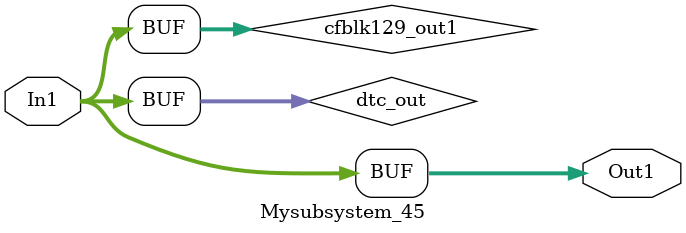
<source format=v>



`timescale 1 ns / 1 ns

module Mysubsystem_45
          (In1,
           Out1);


  input   [7:0] In1;  // uint8
  output  [7:0] Out1;  // uint8


  wire [7:0] dtc_out;  // ufix8
  wire [7:0] cfblk129_out1;  // uint8


  assign dtc_out = In1;



  assign cfblk129_out1 = dtc_out;



  assign Out1 = cfblk129_out1;

endmodule  // Mysubsystem_45


</source>
